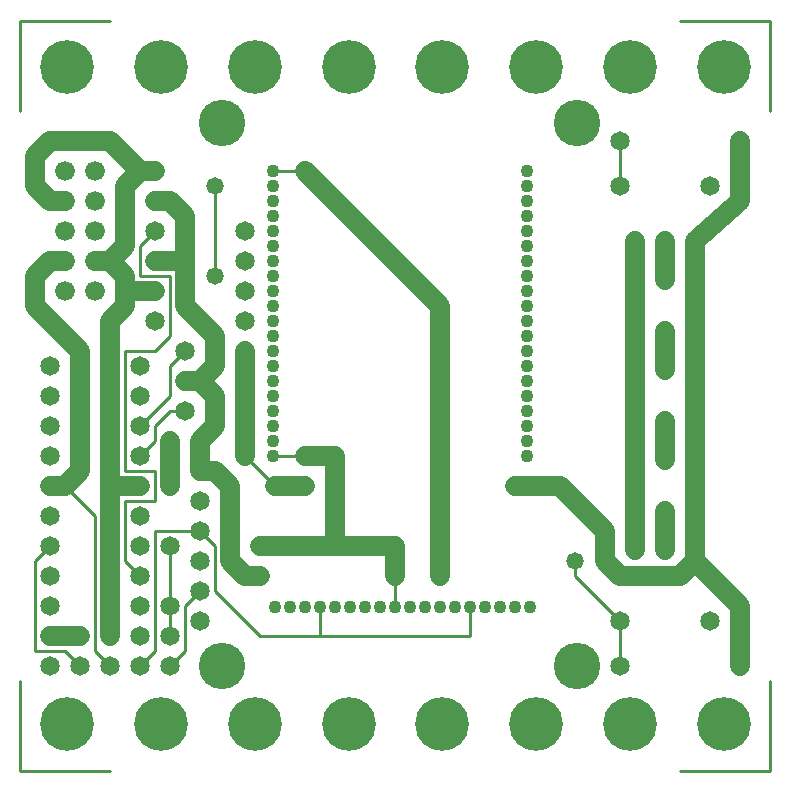
<source format=gtl>
%MOIN*%
%FSLAX25Y25*%
G04 D10 used for Character Trace; *
G04     Circle (OD=.01000) (No hole)*
G04 D11 used for Power Trace; *
G04     Circle (OD=.06500) (No hole)*
G04 D12 used for Signal Trace; *
G04     Circle (OD=.01100) (No hole)*
G04 D13 used for Via; *
G04     Circle (OD=.05800) (Round. Hole ID=.02800)*
G04 D14 used for Component hole; *
G04     Circle (OD=.06500) (Round. Hole ID=.03500)*
G04 D15 used for Component hole; *
G04     Circle (OD=.06600) (Round. Hole ID=.04200)*
G04 D16 used for Component hole; *
G04     Circle (OD=.08200) (Round. Hole ID=.05200)*
G04 D17 used for Component hole; *
G04     Circle (OD=.09000) (Round. Hole ID=.06000)*
G04 D18 used for Component hole; *
G04     Circle (OD=.11600) (Round. Hole ID=.08600)*
G04 D19 used for Component hole; *
G04     Circle (OD=.15500) (Round. Hole ID=.12500)*
G04 D20 used for Component hole; *
G04     Circle (OD=.04300) (Round. Hole ID=.03300)*
G04 D21 used for Component hole; *
G04     Circle (OD=.17900) (Round. Hole ID=.14900)*
%ADD10C,.01000*%
%ADD11C,.06500*%
%ADD12C,.01100*%
%ADD13C,.05800*%
%ADD14C,.06500*%
%ADD15C,.06600*%
%ADD16C,.08200*%
%ADD17C,.09000*%
%ADD18C,.11600*%
%ADD19C,.15500*%
%ADD20C,.04300*%
%ADD21C,.17900*%
%IPPOS*%
%LPD*%
G90*X0Y0D02*D21*X15625Y15625D03*D12*X0Y0D02*      
X30000D01*X0D02*Y30000D01*X5000Y40000D02*         
X15000D01*X20000Y35000D01*D14*D03*D12*X30000D02*  
X25000Y40000D01*D14*X30000Y35000D03*D12*          
X25000Y40000D02*Y85000D01*X15000Y95000D01*D11*    
X10000D01*D14*D03*D11*X15000D02*X20000Y100000D01* 
Y140000D01*X5000Y155000D01*Y165000D01*            
X10000Y170000D01*X15000D01*D15*D03*               
X25000Y160000D03*Y180000D03*Y170000D03*D11*       
X30000D01*X35000Y165000D01*Y160000D01*Y155000D01* 
X30000Y150000D01*Y95000D01*Y45000D01*D14*D03*     
X40000Y35000D03*D12*X45000Y40000D01*Y80000D01*    
X60000D01*D14*D03*D12*X65000Y75000D01*Y60000D01*  
X80000Y45000D01*X100000D01*X150000D01*Y54400D01*  
D20*D03*X155000D03*X145000D03*D13*                
X140000Y65000D03*D11*Y155000D01*X95000Y200000D01* 
D12*X84200D01*D20*D03*Y195000D03*Y190000D03*      
Y185000D03*D19*X67300Y215700D03*D14*              
X75000Y180000D03*D20*X84200D03*D13*               
X65000Y195000D03*D12*Y165000D01*D13*D03*D11*      
Y145000D02*X55000Y155000D01*X65000Y135000D02*     
Y145000D01*X60000Y130000D02*X65000Y135000D01*     
Y125000D02*X60000Y130000D01*X65000Y115000D02*     
Y125000D01*X60000Y110000D02*X65000Y115000D01*D14* 
X60000Y110000D03*D11*Y100000D01*D14*D03*D11*      
X65000D01*X70000Y95000D01*Y70000D01*              
X75000Y65000D01*X80000D01*D14*D03*D20*            
X90000Y54400D03*D14*X80000Y75000D03*D11*          
X105000D01*X125000D01*Y65000D01*D12*Y54400D01*D20*
D03*X130000D03*X120000D03*X135000D03*X115000D03*  
X140000D03*X110000D03*D11*X105000Y75000D02*       
Y105000D01*X95000D01*D12*X84200D01*D20*D03*       
Y110000D03*D13*X95000Y95000D03*D11*X85000D01*D12* 
X75000Y105000D01*D11*Y140000D01*D13*D03*D20*      
X84200Y130000D03*Y150000D03*Y135000D03*Y140000D03*
D14*X75000Y150000D03*D20*X84200Y145000D03*        
Y155000D03*D11*X55000Y130000D02*X60000D01*D14*    
X55000D03*D12*X50000Y125000D02*Y135000D01*        
X40000Y115000D02*X50000Y125000D01*D14*            
X40000Y115000D03*D12*Y105000D02*X45000Y110000D01* 
D14*X40000Y105000D03*D12*X45000Y90000D02*         
Y100000D01*X35000Y90000D02*X45000D01*             
X35000Y70000D02*Y90000D01*X40000Y65000D02*        
X35000Y70000D01*D14*X40000Y65000D03*              
X50000Y55000D03*D12*Y45000D01*D14*D03*D12*        
Y35000D02*X55000Y40000D01*D14*X50000Y35000D03*D12*
X55000Y40000D02*Y55000D01*X60000Y60000D01*D14*D03*
Y70000D03*Y50000D03*D12*X50000Y55000D02*Y75000D01*
D14*D03*X40000Y85000D03*Y75000D03*X60000Y90000D03*
D11*X30000Y95000D02*X40000D01*D14*D03*D12*        
X35000Y100000D02*X45000D01*X35000D02*Y140000D01*  
X45000D01*X50000Y145000D01*Y165000D01*X40000D01*  
Y175000D01*X45000Y180000D01*D14*D03*D11*          
X55000Y155000D02*Y170000D01*D14*X45000Y160000D03* 
D11*X35000D01*D14*X45000Y150000D03*Y170000D03*D11*
X55000D01*Y185000D01*X50000Y190000D01*X45000D01*  
D14*D03*D11*X35000Y175000D02*Y195000D01*          
X30000Y170000D02*X35000Y175000D01*D15*            
X15000Y180000D03*Y160000D03*D11*X10000Y190000D02* 
X15000D01*D15*D03*D11*X10000D02*X5000Y195000D01*  
Y205000D01*X10000Y210000D01*X30000D01*            
X40000Y200000D01*X35000Y195000D01*                
X40000Y200000D02*X45000D01*D14*D03*D15*X25000D03* 
Y190000D03*D14*X75000Y170000D03*D15*              
X15000Y200000D03*D21*X78125Y234375D03*X46875D03*  
X15625D03*D20*X84200Y160000D03*Y165000D03*        
Y170000D03*Y175000D03*D14*X75000Y160000D03*D12*   
X0Y220000D02*Y250000D01*X30000D01*D21*            
X109375Y234375D03*X140625D03*D14*X55000Y140000D03*
D12*X50000Y135000D01*D14*X40000Y125000D03*        
Y135000D03*D12*X45000Y115000D02*X50000Y120000D01* 
X45000Y110000D02*Y115000D01*D14*X50000Y110000D03* 
D11*Y95000D01*D14*D03*X55000Y120000D03*D12*       
X50000D01*D20*X84200Y115000D03*Y120000D03*        
Y125000D03*D14*X10000Y135000D03*Y125000D03*       
Y115000D03*Y105000D03*Y85000D03*Y75000D03*D12*    
X5000Y70000D01*Y40000D01*D14*X10000Y35000D03*     
Y45000D03*D11*X20000D01*D14*D03*X10000Y55000D03*  
X40000Y45000D03*Y55000D03*X10000Y65000D03*D21*    
X46875Y15625D03*D19*X67300Y34700D03*D21*          
X78125Y15625D03*D20*X85000Y54400D03*X95000D03*D12*
X100000Y45000D02*Y54400D01*D20*D03*X105000D03*D21*
X140625Y15625D03*X109375D03*D20*X160000Y54400D03* 
X165000D03*D13*Y95000D03*D11*X180000D01*          
X195000Y80000D01*Y70000D01*X200000Y65000D01*      
X220000D01*X225000Y70000D01*X240000Y55000D01*     
Y35000D01*D14*D03*D12*X250000Y0D02*Y30000D01*     
X220000Y0D02*X250000D01*D21*X234375Y15625D03*     
X203125D03*D19*X185400Y34700D03*D14*              
X200000Y35000D03*D12*Y50000D01*D14*D03*D12*       
X185000Y65000D01*Y70000D01*D13*D03*D20*           
X170000Y54400D03*D14*X205000Y73500D03*D11*        
Y86500D01*D14*D03*D11*Y103500D01*D14*D03*D11*     
Y116500D01*D14*D03*D11*Y133500D01*D14*D03*D11*    
Y146500D01*D14*D03*D11*Y163500D01*D14*D03*D11*    
Y176500D01*D14*D03*X215000Y163500D03*D11*         
Y176500D01*D14*D03*X225000Y163500D03*D11*         
Y146500D01*D14*D03*D11*Y133500D01*D14*D03*D11*    
Y116500D01*D14*D03*D11*Y103500D01*D14*D03*D11*    
Y86500D01*D14*D03*D11*Y73500D01*D14*D03*D11*      
Y70000D01*D14*X215000Y73500D03*D11*Y86500D01*D14* 
D03*Y103500D03*D11*Y116500D01*D14*D03*Y133500D03* 
D11*Y146500D01*D14*D03*D11*X225000Y163500D02*     
Y176500D01*D14*D03*D11*X240000Y190000D01*         
Y210000D01*D14*D03*D12*X250000Y220000D02*         
Y250000D01*X220000D01*D21*X234375Y234375D03*      
X203125D03*D19*X185400Y215700D03*D14*             
X200000Y210000D03*D12*Y195000D01*D14*D03*D20*     
X168800Y165000D03*Y200000D03*D14*                 
X230000Y195000D03*D20*X168800D03*Y190000D03*      
Y185000D03*Y180000D03*Y175000D03*Y170000D03*      
Y160000D03*Y155000D03*D21*X171875Y234375D03*D20*  
X168800Y150000D03*Y145000D03*Y140000D03*          
Y135000D03*Y130000D03*Y125000D03*Y120000D03*      
Y115000D03*Y110000D03*Y105000D03*D14*             
X230000Y50000D03*D21*X171875Y15625D03*M02*        

</source>
